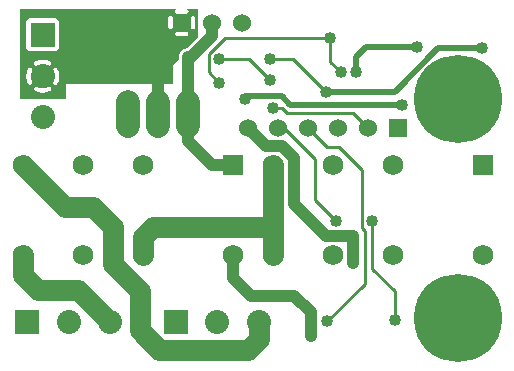
<source format=gbr>
G04 start of page 3 for group 1 idx 1 *
G04 Title: (unknown), solder *
G04 Creator: pcb 20110918 *
G04 CreationDate: Tue 05 Feb 2013 02:58:17 AM GMT UTC *
G04 For: railfan *
G04 Format: Gerber/RS-274X *
G04 PCB-Dimensions: 170000 120000 *
G04 PCB-Coordinate-Origin: lower left *
%MOIN*%
%FSLAX25Y25*%
%LNBOTTOM*%
%ADD43C,0.1285*%
%ADD42C,0.0450*%
%ADD41C,0.0472*%
%ADD40C,0.0380*%
%ADD39C,0.2937*%
%ADD38C,0.0680*%
%ADD37C,0.0800*%
%ADD36C,0.0787*%
%ADD35C,0.0600*%
%ADD34C,0.0200*%
%ADD33C,0.0100*%
%ADD32C,0.0400*%
%ADD31C,0.0700*%
%ADD30C,0.0001*%
G54D30*G36*
X14673Y119000D02*X58000D01*
Y116000D01*
X57993Y116118D01*
X57965Y116232D01*
X57920Y116342D01*
X57859Y116442D01*
X57782Y116532D01*
X57692Y116609D01*
X57592Y116670D01*
X57482Y116715D01*
X57368Y116743D01*
X57250Y116752D01*
X57132Y116743D01*
X57018Y116715D01*
X56908Y116670D01*
X56808Y116609D01*
X56718Y116532D01*
X56641Y116442D01*
X56580Y116342D01*
X56535Y116232D01*
X56507Y116118D01*
X56500Y116000D01*
Y113000D01*
X56507Y112882D01*
X56535Y112768D01*
X56580Y112658D01*
X56641Y112558D01*
X56718Y112468D01*
X56808Y112391D01*
X56908Y112330D01*
X57018Y112285D01*
X57132Y112257D01*
X57250Y112248D01*
X57368Y112257D01*
X57482Y112285D01*
X57592Y112330D01*
X57692Y112391D01*
X57782Y112468D01*
X57859Y112558D01*
X57920Y112658D01*
X57965Y112768D01*
X57993Y112882D01*
X58000Y113000D01*
Y94000D01*
X56000D01*
Y99000D01*
X55972Y99471D01*
X55862Y99930D01*
X55681Y100366D01*
X55435Y100769D01*
X55128Y101128D01*
X54769Y101435D01*
X54366Y101681D01*
X53930Y101862D01*
X53471Y101972D01*
X53000Y102009D01*
X52529Y101972D01*
X52070Y101862D01*
X51634Y101681D01*
X51231Y101435D01*
X50872Y101128D01*
X50565Y100769D01*
X50319Y100366D01*
X50138Y99930D01*
X50028Y99471D01*
X50000Y99000D01*
Y94000D01*
X19455D01*
X19518Y94074D01*
X19578Y94176D01*
X19795Y94645D01*
X19962Y95134D01*
X20082Y95637D01*
X20155Y96149D01*
X20179Y96665D01*
X20155Y97181D01*
X20082Y97693D01*
X19962Y98196D01*
X19795Y98685D01*
X19583Y99157D01*
X19522Y99258D01*
X19445Y99349D01*
X19355Y99426D01*
X19253Y99488D01*
X19144Y99534D01*
X19028Y99562D01*
X18910Y99571D01*
X18792Y99562D01*
X18676Y99535D01*
X18566Y99489D01*
X18465Y99427D01*
X18375Y99351D01*
X18297Y99260D01*
X18235Y99159D01*
X18189Y99050D01*
X18162Y98934D01*
X18152Y98816D01*
X18161Y98697D01*
X18189Y98582D01*
X18236Y98473D01*
X18394Y98133D01*
X18515Y97777D01*
X18603Y97412D01*
X18655Y97040D01*
X18673Y96665D01*
X18655Y96290D01*
X18603Y95918D01*
X18515Y95553D01*
X18394Y95197D01*
X18240Y94855D01*
X18193Y94747D01*
X18166Y94632D01*
X18156Y94514D01*
X18166Y94397D01*
X18194Y94282D01*
X18239Y94173D01*
X18301Y94072D01*
X18363Y94000D01*
X14673D01*
Y100665D01*
X15048Y100647D01*
X15420Y100595D01*
X15785Y100507D01*
X16141Y100386D01*
X16483Y100232D01*
X16591Y100185D01*
X16706Y100158D01*
X16824Y100148D01*
X16941Y100158D01*
X17056Y100186D01*
X17165Y100231D01*
X17266Y100293D01*
X17355Y100370D01*
X17432Y100460D01*
X17493Y100560D01*
X17538Y100669D01*
X17566Y100784D01*
X17575Y100902D01*
X17565Y101020D01*
X17538Y101134D01*
X17492Y101243D01*
X17430Y101344D01*
X17354Y101434D01*
X17264Y101510D01*
X17162Y101570D01*
X16693Y101787D01*
X16204Y101954D01*
X15701Y102074D01*
X15189Y102147D01*
X14673Y102171D01*
Y104952D01*
X18908Y104959D01*
X19138Y105014D01*
X19356Y105104D01*
X19557Y105228D01*
X19737Y105381D01*
X19890Y105561D01*
X20014Y105762D01*
X20104Y105980D01*
X20159Y106210D01*
X20173Y106445D01*
X20159Y114680D01*
X20104Y114910D01*
X20014Y115128D01*
X19890Y115329D01*
X19737Y115509D01*
X19557Y115662D01*
X19356Y115786D01*
X19138Y115876D01*
X18908Y115931D01*
X18673Y115945D01*
X14673Y115938D01*
Y119000D01*
G37*
G36*
X7000Y94000D02*Y119000D01*
X14673D01*
Y115938D01*
X10438Y115931D01*
X10208Y115876D01*
X9990Y115786D01*
X9789Y115662D01*
X9609Y115509D01*
X9456Y115329D01*
X9332Y115128D01*
X9242Y114910D01*
X9187Y114680D01*
X9173Y114445D01*
X9187Y106210D01*
X9242Y105980D01*
X9332Y105762D01*
X9456Y105561D01*
X9609Y105381D01*
X9789Y105228D01*
X9990Y105104D01*
X10208Y105014D01*
X10438Y104959D01*
X10673Y104945D01*
X14673Y104952D01*
Y102171D01*
X14673D01*
X14157Y102147D01*
X13645Y102074D01*
X13142Y101954D01*
X12653Y101787D01*
X12181Y101575D01*
X12080Y101514D01*
X11989Y101437D01*
X11912Y101347D01*
X11850Y101245D01*
X11804Y101136D01*
X11776Y101020D01*
X11767Y100902D01*
X11776Y100784D01*
X11803Y100668D01*
X11849Y100558D01*
X11911Y100457D01*
X11987Y100367D01*
X12078Y100289D01*
X12179Y100227D01*
X12288Y100181D01*
X12404Y100154D01*
X12522Y100144D01*
X12641Y100153D01*
X12756Y100181D01*
X12865Y100228D01*
X13205Y100386D01*
X13561Y100507D01*
X13926Y100595D01*
X14298Y100647D01*
X14673Y100665D01*
Y94000D01*
X10989D01*
X11049Y94070D01*
X11111Y94171D01*
X11157Y94280D01*
X11184Y94396D01*
X11194Y94514D01*
X11185Y94633D01*
X11157Y94748D01*
X11110Y94857D01*
X10952Y95197D01*
X10831Y95553D01*
X10743Y95918D01*
X10691Y96290D01*
X10673Y96665D01*
X10691Y97040D01*
X10743Y97412D01*
X10831Y97777D01*
X10952Y98133D01*
X11106Y98475D01*
X11153Y98583D01*
X11180Y98698D01*
X11190Y98816D01*
X11180Y98933D01*
X11152Y99048D01*
X11107Y99157D01*
X11045Y99258D01*
X10968Y99347D01*
X10878Y99424D01*
X10778Y99485D01*
X10669Y99530D01*
X10554Y99558D01*
X10436Y99567D01*
X10318Y99557D01*
X10204Y99530D01*
X10095Y99484D01*
X9994Y99422D01*
X9904Y99346D01*
X9828Y99256D01*
X9768Y99154D01*
X9551Y98685D01*
X9384Y98196D01*
X9264Y97693D01*
X9191Y97181D01*
X9167Y96665D01*
X9191Y96149D01*
X9264Y95637D01*
X9384Y95134D01*
X9551Y94645D01*
X9763Y94173D01*
X9824Y94072D01*
X9885Y94000D01*
X7000D01*
G37*
G36*
X60000Y102500D02*X58000Y100500D01*
X56500D01*
Y110000D01*
X66500D01*
Y109743D01*
X62747Y105989D01*
X62529Y105972D01*
X62070Y105862D01*
X61634Y105681D01*
X61231Y105435D01*
X60872Y105128D01*
X60565Y104769D01*
X60319Y104366D01*
X60138Y103930D01*
X60028Y103471D01*
X60000Y103000D01*
Y102500D01*
G37*
G36*
X64750Y119000D02*X66500D01*
Y114676D01*
X66486Y114500D01*
X66500Y114324D01*
Y109743D01*
X65757Y109000D01*
X64750D01*
Y112248D01*
X64868Y112257D01*
X64982Y112285D01*
X65092Y112330D01*
X65192Y112391D01*
X65282Y112468D01*
X65359Y112558D01*
X65420Y112658D01*
X65465Y112768D01*
X65493Y112882D01*
X65500Y113000D01*
Y116000D01*
X65493Y116118D01*
X65465Y116232D01*
X65420Y116342D01*
X65359Y116442D01*
X65282Y116532D01*
X65192Y116609D01*
X65092Y116670D01*
X64982Y116715D01*
X64868Y116743D01*
X64750Y116752D01*
Y119000D01*
G37*
G36*
X61000Y117500D02*X62500D01*
X62618Y117507D01*
X62732Y117535D01*
X62842Y117580D01*
X62942Y117641D01*
X63032Y117718D01*
X63109Y117808D01*
X63170Y117908D01*
X63215Y118018D01*
X63243Y118132D01*
X63252Y118250D01*
X63243Y118368D01*
X63215Y118482D01*
X63170Y118592D01*
X63109Y118692D01*
X63032Y118782D01*
X62942Y118859D01*
X62842Y118920D01*
X62732Y118965D01*
X62618Y118993D01*
X62500Y119000D01*
X64750D01*
Y116752D01*
X64632Y116743D01*
X64518Y116715D01*
X64408Y116670D01*
X64308Y116609D01*
X64218Y116532D01*
X64141Y116442D01*
X64080Y116342D01*
X64035Y116232D01*
X64007Y116118D01*
X64000Y116000D01*
Y113000D01*
X64007Y112882D01*
X64035Y112768D01*
X64080Y112658D01*
X64141Y112558D01*
X64218Y112468D01*
X64308Y112391D01*
X64408Y112330D01*
X64518Y112285D01*
X64632Y112257D01*
X64750Y112248D01*
Y109000D01*
X61000D01*
Y110000D01*
X62500D01*
X62618Y110007D01*
X62732Y110035D01*
X62842Y110080D01*
X62942Y110141D01*
X63032Y110218D01*
X63109Y110308D01*
X63170Y110408D01*
X63215Y110518D01*
X63243Y110632D01*
X63252Y110750D01*
X63243Y110868D01*
X63215Y110982D01*
X63170Y111092D01*
X63109Y111192D01*
X63032Y111282D01*
X62942Y111359D01*
X62842Y111420D01*
X62732Y111465D01*
X62618Y111493D01*
X62500Y111500D01*
X61000D01*
Y117500D01*
G37*
G36*
X57250Y119000D02*X59500D01*
X59382Y118993D01*
X59268Y118965D01*
X59158Y118920D01*
X59058Y118859D01*
X58968Y118782D01*
X58891Y118692D01*
X58830Y118592D01*
X58785Y118482D01*
X58757Y118368D01*
X58748Y118250D01*
X58757Y118132D01*
X58785Y118018D01*
X58830Y117908D01*
X58891Y117808D01*
X58968Y117718D01*
X59058Y117641D01*
X59158Y117580D01*
X59268Y117535D01*
X59382Y117507D01*
X59500Y117500D01*
X61000D01*
Y111500D01*
X59500D01*
X59382Y111493D01*
X59268Y111465D01*
X59158Y111420D01*
X59058Y111359D01*
X58968Y111282D01*
X58891Y111192D01*
X58830Y111092D01*
X58785Y110982D01*
X58757Y110868D01*
X58748Y110750D01*
X58757Y110632D01*
X58785Y110518D01*
X58830Y110408D01*
X58891Y110308D01*
X58968Y110218D01*
X59058Y110141D01*
X59158Y110080D01*
X59268Y110035D01*
X59382Y110007D01*
X59500Y110000D01*
X61000D01*
Y109000D01*
X57250D01*
Y112248D01*
X57368Y112257D01*
X57482Y112285D01*
X57592Y112330D01*
X57692Y112391D01*
X57782Y112468D01*
X57859Y112558D01*
X57920Y112658D01*
X57965Y112768D01*
X57993Y112882D01*
X58000Y113000D01*
Y116000D01*
X57993Y116118D01*
X57965Y116232D01*
X57920Y116342D01*
X57859Y116442D01*
X57782Y116532D01*
X57692Y116609D01*
X57592Y116670D01*
X57482Y116715D01*
X57368Y116743D01*
X57250Y116752D01*
Y119000D01*
G37*
G36*
X55000Y109000D02*Y119000D01*
X57250D01*
Y116752D01*
X57132Y116743D01*
X57018Y116715D01*
X56908Y116670D01*
X56808Y116609D01*
X56718Y116532D01*
X56641Y116442D01*
X56580Y116342D01*
X56535Y116232D01*
X56507Y116118D01*
X56500Y116000D01*
Y113000D01*
X56507Y112882D01*
X56535Y112768D01*
X56580Y112658D01*
X56641Y112558D01*
X56718Y112468D01*
X56808Y112391D01*
X56908Y112330D01*
X57018Y112285D01*
X57132Y112257D01*
X57250Y112248D01*
Y109000D01*
X55000D01*
G37*
G36*
X19166Y103500D02*X22500D01*
Y89000D01*
X19166D01*
Y93810D01*
X19251Y93846D01*
X19352Y93908D01*
X19442Y93984D01*
X19518Y94074D01*
X19578Y94176D01*
X19795Y94645D01*
X19962Y95134D01*
X20082Y95637D01*
X20155Y96149D01*
X20179Y96665D01*
X20155Y97181D01*
X20082Y97693D01*
X19962Y98196D01*
X19795Y98685D01*
X19583Y99157D01*
X19522Y99258D01*
X19445Y99349D01*
X19355Y99426D01*
X19253Y99488D01*
X19166Y99525D01*
Y103500D01*
G37*
G36*
X14675D02*X19166D01*
Y99525D01*
X19144Y99534D01*
X19028Y99562D01*
X18910Y99571D01*
X18792Y99562D01*
X18676Y99535D01*
X18566Y99489D01*
X18465Y99427D01*
X18375Y99351D01*
X18297Y99260D01*
X18235Y99159D01*
X18189Y99050D01*
X18162Y98934D01*
X18152Y98816D01*
X18161Y98697D01*
X18189Y98582D01*
X18236Y98473D01*
X18394Y98133D01*
X18515Y97777D01*
X18603Y97412D01*
X18655Y97040D01*
X18673Y96665D01*
X18655Y96290D01*
X18603Y95918D01*
X18515Y95553D01*
X18394Y95197D01*
X18240Y94855D01*
X18193Y94747D01*
X18166Y94632D01*
X18156Y94514D01*
X18166Y94397D01*
X18194Y94282D01*
X18239Y94173D01*
X18301Y94072D01*
X18378Y93983D01*
X18468Y93906D01*
X18568Y93845D01*
X18677Y93800D01*
X18792Y93772D01*
X18910Y93763D01*
X19028Y93773D01*
X19142Y93800D01*
X19166Y93810D01*
Y89000D01*
X14675D01*
Y91159D01*
X15189Y91183D01*
X15701Y91256D01*
X16204Y91376D01*
X16693Y91543D01*
X17165Y91755D01*
X17266Y91816D01*
X17357Y91893D01*
X17434Y91983D01*
X17496Y92085D01*
X17542Y92194D01*
X17570Y92310D01*
X17579Y92428D01*
X17570Y92546D01*
X17543Y92662D01*
X17497Y92772D01*
X17435Y92873D01*
X17359Y92963D01*
X17268Y93041D01*
X17167Y93103D01*
X17058Y93149D01*
X16942Y93176D01*
X16824Y93186D01*
X16705Y93177D01*
X16590Y93149D01*
X16481Y93102D01*
X16141Y92944D01*
X15785Y92823D01*
X15420Y92735D01*
X15048Y92683D01*
X14675Y92665D01*
Y100665D01*
X15048Y100647D01*
X15420Y100595D01*
X15785Y100507D01*
X16141Y100386D01*
X16483Y100232D01*
X16591Y100185D01*
X16706Y100158D01*
X16824Y100148D01*
X16941Y100158D01*
X17056Y100186D01*
X17165Y100231D01*
X17266Y100293D01*
X17355Y100370D01*
X17432Y100460D01*
X17493Y100560D01*
X17538Y100669D01*
X17566Y100784D01*
X17575Y100902D01*
X17565Y101020D01*
X17538Y101134D01*
X17492Y101243D01*
X17430Y101344D01*
X17354Y101434D01*
X17264Y101510D01*
X17162Y101570D01*
X16693Y101787D01*
X16204Y101954D01*
X15701Y102074D01*
X15189Y102147D01*
X14675Y102171D01*
Y103500D01*
G37*
G36*
X10180D02*X14675D01*
Y102171D01*
X14673Y102171D01*
X14157Y102147D01*
X13645Y102074D01*
X13142Y101954D01*
X12653Y101787D01*
X12181Y101575D01*
X12080Y101514D01*
X11989Y101437D01*
X11912Y101347D01*
X11850Y101245D01*
X11804Y101136D01*
X11776Y101020D01*
X11767Y100902D01*
X11776Y100784D01*
X11803Y100668D01*
X11849Y100558D01*
X11911Y100457D01*
X11987Y100367D01*
X12078Y100289D01*
X12179Y100227D01*
X12288Y100181D01*
X12404Y100154D01*
X12522Y100144D01*
X12641Y100153D01*
X12756Y100181D01*
X12865Y100228D01*
X13205Y100386D01*
X13561Y100507D01*
X13926Y100595D01*
X14298Y100647D01*
X14673Y100665D01*
X14675Y100665D01*
Y92665D01*
X14673Y92665D01*
X14298Y92683D01*
X13926Y92735D01*
X13561Y92823D01*
X13205Y92944D01*
X12863Y93098D01*
X12755Y93145D01*
X12640Y93172D01*
X12522Y93182D01*
X12405Y93172D01*
X12290Y93144D01*
X12181Y93099D01*
X12080Y93037D01*
X11991Y92960D01*
X11914Y92870D01*
X11853Y92770D01*
X11808Y92661D01*
X11780Y92546D01*
X11771Y92428D01*
X11781Y92310D01*
X11808Y92196D01*
X11854Y92087D01*
X11916Y91986D01*
X11992Y91896D01*
X12082Y91820D01*
X12184Y91760D01*
X12653Y91543D01*
X13142Y91376D01*
X13645Y91256D01*
X14157Y91183D01*
X14673Y91159D01*
X14675Y91159D01*
Y89000D01*
X10180D01*
Y93805D01*
X10202Y93796D01*
X10318Y93768D01*
X10436Y93759D01*
X10554Y93768D01*
X10670Y93795D01*
X10780Y93841D01*
X10881Y93903D01*
X10971Y93979D01*
X11049Y94070D01*
X11111Y94171D01*
X11157Y94280D01*
X11184Y94396D01*
X11194Y94514D01*
X11185Y94633D01*
X11157Y94748D01*
X11110Y94857D01*
X10952Y95197D01*
X10831Y95553D01*
X10743Y95918D01*
X10691Y96290D01*
X10673Y96665D01*
X10691Y97040D01*
X10743Y97412D01*
X10831Y97777D01*
X10952Y98133D01*
X11106Y98475D01*
X11153Y98583D01*
X11180Y98698D01*
X11190Y98816D01*
X11180Y98933D01*
X11152Y99048D01*
X11107Y99157D01*
X11045Y99258D01*
X10968Y99347D01*
X10878Y99424D01*
X10778Y99485D01*
X10669Y99530D01*
X10554Y99558D01*
X10436Y99567D01*
X10318Y99557D01*
X10204Y99530D01*
X10180Y99520D01*
Y103500D01*
G37*
G36*
X7000D02*X10180D01*
Y99520D01*
X10095Y99484D01*
X9994Y99422D01*
X9904Y99346D01*
X9828Y99256D01*
X9768Y99154D01*
X9551Y98685D01*
X9384Y98196D01*
X9264Y97693D01*
X9191Y97181D01*
X9167Y96665D01*
X9191Y96149D01*
X9264Y95637D01*
X9384Y95134D01*
X9551Y94645D01*
X9763Y94173D01*
X9824Y94072D01*
X9901Y93981D01*
X9991Y93904D01*
X10093Y93842D01*
X10180Y93805D01*
Y89000D01*
X7000D01*
Y103500D01*
G37*
G36*
X47500Y94000D02*Y102000D01*
X58000D01*
Y94000D01*
X47500D01*
G37*
G54D31*X48000Y43000D02*X51500Y46500D01*
G54D32*X37000Y14787D02*X37114Y14673D01*
G54D31*X47000Y25000D02*X38000Y34000D01*
Y46500D01*
X48000Y37000D02*Y43000D01*
X38000Y46500D02*X31500Y53000D01*
X22000D02*X8000Y67000D01*
X31500Y53000D02*X22000D01*
X26287Y25500D02*X37114Y14673D01*
X13000Y25500D02*X26287D01*
X8000Y30500D02*X13000Y25500D01*
X8000Y37000D02*Y30500D01*
G54D32*X63000Y75000D02*X71000Y67000D01*
G54D31*X51500Y46500D02*X91000D01*
G54D32*X71000Y67000D02*X78000D01*
G54D33*X109500Y73000D02*X103000Y79500D01*
G54D32*X94500Y73500D02*X89000D01*
G54D33*X105500Y69000D02*Y55500D01*
G54D32*X89000Y73500D02*X83000Y79500D01*
G54D31*X91500Y67000D02*Y37000D01*
G54D32*X98500Y54000D02*X109000Y43500D01*
G54D33*X132000Y15500D02*Y25000D01*
X122000Y27500D02*X109500Y15000D01*
G54D32*X98500Y23500D02*X104000Y18000D01*
G54D31*X86614Y9114D02*X83000Y5500D01*
G54D32*X104000Y18000D02*Y10000D01*
X84000Y23500D02*X98500D01*
G54D31*X86614Y14673D02*Y9114D01*
G54D32*X118000Y43500D02*Y34500D01*
G54D33*X132000Y25000D02*X124500Y32500D01*
Y48500D01*
X122000Y45000D02*Y27500D01*
X121000Y46000D02*X122000Y45000D01*
G54D32*X109000Y43500D02*X118000D01*
G54D31*X83000Y5500D02*X53500D01*
G54D32*X78000Y37000D02*Y29500D01*
X84000Y23500D01*
G54D31*X53500Y5500D02*X47000Y12000D01*
Y25000D01*
G54D34*X119000Y103000D02*X122500Y106500D01*
X119000Y98000D02*Y103000D01*
G54D33*X118000Y84500D02*X123000Y79500D01*
G54D34*X122500Y106500D02*X139500D01*
X146500Y106000D02*X159500D01*
X132000Y91500D02*X146500Y106000D01*
X109000Y91500D02*X132000D01*
G54D33*X110500Y101500D02*X114000Y98000D01*
X98000Y102500D02*X109000Y91500D01*
X110500Y109500D02*Y101500D01*
G54D34*X94500Y90000D02*X82000D01*
X134500Y87000D02*X97000D01*
G54D33*X96000Y84500D02*X118000D01*
G54D34*X97000Y87000D02*X94500Y90000D01*
G54D33*Y86000D02*X96000Y84500D01*
X93000Y79500D02*X95000D01*
X73500Y102500D02*X83500D01*
X110500Y109500D02*X75500D01*
X90500Y102500D02*X98000D01*
X83500D02*X90500Y95500D01*
G54D32*X53000Y84000D02*Y99000D01*
G54D33*X70000Y104000D02*Y98000D01*
X73500Y94500D01*
G54D32*X63000Y102000D02*Y84000D01*
G54D33*X75500Y109500D02*X70000Y104000D01*
G54D32*X71000Y114500D02*Y110000D01*
X63000Y102000D01*
Y103000D02*Y75000D01*
G54D33*X91500Y86000D02*X94500D01*
G54D32*X98500Y69500D02*X94500Y73500D01*
X98500Y54000D02*Y69500D01*
G54D33*X95000Y79500D02*X105500Y69000D01*
X113500Y73000D02*X109500D01*
X105500Y55500D02*X112500Y48500D01*
X121000Y65500D02*X113500Y73000D01*
X121000Y65500D02*Y46000D01*
G54D30*G36*
X58000Y117500D02*Y111500D01*
X64000D01*
Y117500D01*
X58000D01*
G37*
G54D35*X71000Y114500D03*
X81000D03*
G54D30*G36*
X10673Y114445D02*Y106445D01*
X18673D01*
Y114445D01*
X10673D01*
G37*
G54D36*X63000Y84000D03*
X53000D03*
G54D30*G36*
X39063Y87937D02*Y80063D01*
X46937D01*
Y87937D01*
X39063D01*
G37*
G54D37*X14673Y96665D03*
Y82886D03*
G54D38*X48000Y67000D03*
X28000D03*
X8000D03*
G54D30*G36*
X55055Y18673D02*Y10673D01*
X63055D01*
Y18673D01*
X55055D01*
G37*
G54D37*X72835Y14673D03*
X86614D03*
G54D39*X153000Y16000D03*
G54D38*X91500Y37000D03*
X8000D03*
X28000D03*
X48000D03*
X78000D03*
X111500D03*
X131500D03*
X161500D03*
G54D30*G36*
X5555Y18673D02*Y10673D01*
X13555D01*
Y18673D01*
X5555D01*
G37*
G54D37*X23335Y14673D03*
X37114D03*
G54D39*X153000Y89000D03*
G54D30*G36*
X130000Y82500D02*Y76500D01*
X136000D01*
Y82500D01*
X130000D01*
G37*
G36*
X158100Y70400D02*Y63600D01*
X164900D01*
Y70400D01*
X158100D01*
G37*
G54D38*X131500Y67000D03*
G54D35*X123000Y79500D03*
X113000D03*
G54D38*X111500Y67000D03*
G54D35*X103000Y79500D03*
X93000D03*
X83000D03*
G54D38*X91500Y67000D03*
G54D30*G36*
X74600Y70400D02*Y63600D01*
X81400D01*
Y70400D01*
X74600D01*
G37*
G54D36*X53000Y87937D02*Y80063D01*
X43000Y87937D02*Y80063D01*
X63000Y87937D02*Y80063D01*
G54D32*X134500Y87000D03*
X124500Y48500D03*
X132000Y15500D03*
X104000Y10000D03*
X109500Y15000D03*
X112500Y48500D03*
X118000Y34500D03*
Y39000D03*
Y43500D03*
X73500Y94500D03*
Y102500D03*
X90500Y95500D03*
Y102500D03*
X63000Y97000D03*
X109000Y91500D03*
X139500Y106500D03*
X110500Y109500D03*
X119000Y98000D03*
X114000D03*
X161000Y106000D03*
X82000Y89000D03*
X91500Y86000D03*
G54D34*G54D40*G54D41*G54D42*G54D41*G54D40*G54D41*G54D43*G54D40*G54D41*G54D43*G54D40*M02*

</source>
